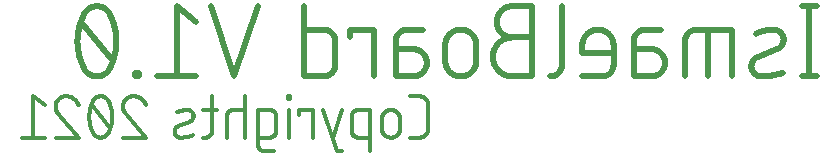
<source format=gbr>
G04 EAGLE Gerber RS-274X export*
G75*
%MOMM*%
%FSLAX34Y34*%
%LPD*%
%INSilkscreen Bottom*%
%IPPOS*%
%AMOC8*
5,1,8,0,0,1.08239X$1,22.5*%
G01*
%ADD10C,0.508000*%
%ADD11C,0.304800*%


D10*
X879856Y328676D02*
X879856Y269240D01*
X886460Y269240D02*
X873252Y269240D01*
X873252Y328676D02*
X886460Y328676D01*
X852627Y292354D02*
X836117Y285750D01*
X852628Y292353D02*
X852820Y292433D01*
X853011Y292518D01*
X853199Y292607D01*
X853386Y292700D01*
X853570Y292798D01*
X853751Y292901D01*
X853930Y293008D01*
X854106Y293119D01*
X854280Y293235D01*
X854450Y293354D01*
X854618Y293478D01*
X854783Y293606D01*
X854944Y293738D01*
X855102Y293874D01*
X855257Y294013D01*
X855409Y294156D01*
X855556Y294303D01*
X855701Y294454D01*
X855841Y294608D01*
X855978Y294765D01*
X856111Y294926D01*
X856240Y295089D01*
X856365Y295256D01*
X856485Y295426D01*
X856602Y295599D01*
X856714Y295775D01*
X856822Y295953D01*
X856926Y296134D01*
X857025Y296317D01*
X857120Y296502D01*
X857211Y296690D01*
X857296Y296880D01*
X857377Y297072D01*
X857453Y297266D01*
X857525Y297462D01*
X857592Y297660D01*
X857654Y297859D01*
X857711Y298059D01*
X857763Y298261D01*
X857810Y298464D01*
X857852Y298668D01*
X857890Y298873D01*
X857922Y299079D01*
X857949Y299286D01*
X857972Y299493D01*
X857989Y299701D01*
X858001Y299909D01*
X858008Y300117D01*
X858010Y300326D01*
X858007Y300534D01*
X857999Y300742D01*
X857985Y300950D01*
X857967Y301158D01*
X857944Y301365D01*
X857916Y301572D01*
X857882Y301777D01*
X857844Y301982D01*
X857800Y302186D01*
X857752Y302389D01*
X857699Y302590D01*
X857641Y302790D01*
X857578Y302989D01*
X857510Y303186D01*
X857437Y303382D01*
X857360Y303575D01*
X857278Y303767D01*
X857191Y303956D01*
X857100Y304144D01*
X857004Y304329D01*
X856904Y304512D01*
X856799Y304692D01*
X856690Y304870D01*
X856577Y305045D01*
X856460Y305217D01*
X856338Y305386D01*
X856212Y305552D01*
X856082Y305715D01*
X855949Y305875D01*
X855811Y306032D01*
X855670Y306185D01*
X855525Y306335D01*
X855376Y306481D01*
X855224Y306623D01*
X855068Y306762D01*
X854909Y306897D01*
X854747Y307028D01*
X854582Y307155D01*
X854414Y307278D01*
X854242Y307397D01*
X854068Y307511D01*
X853892Y307622D01*
X853712Y307728D01*
X853530Y307829D01*
X853346Y307926D01*
X853159Y308019D01*
X852970Y308107D01*
X852779Y308190D01*
X852586Y308269D01*
X852391Y308343D01*
X852195Y308413D01*
X851996Y308477D01*
X851797Y308537D01*
X851595Y308591D01*
X851393Y308641D01*
X851189Y308686D01*
X850985Y308726D01*
X850779Y308761D01*
X850573Y308791D01*
X850366Y308816D01*
X850159Y308835D01*
X849951Y308850D01*
X849743Y308860D01*
X849534Y308865D01*
X849326Y308864D01*
X849325Y308864D02*
X848424Y308840D01*
X847524Y308795D01*
X846624Y308728D01*
X845727Y308639D01*
X844832Y308529D01*
X843940Y308398D01*
X843052Y308245D01*
X842167Y308070D01*
X841287Y307875D01*
X840412Y307658D01*
X839542Y307420D01*
X838678Y307162D01*
X837821Y306883D01*
X836971Y306583D01*
X836128Y306263D01*
X835293Y305922D01*
X834466Y305562D01*
X836117Y285751D02*
X835925Y285671D01*
X835734Y285586D01*
X835546Y285497D01*
X835359Y285404D01*
X835175Y285306D01*
X834994Y285203D01*
X834815Y285096D01*
X834639Y284985D01*
X834465Y284869D01*
X834295Y284750D01*
X834127Y284626D01*
X833962Y284498D01*
X833801Y284366D01*
X833643Y284230D01*
X833488Y284091D01*
X833336Y283948D01*
X833189Y283801D01*
X833044Y283650D01*
X832904Y283496D01*
X832767Y283339D01*
X832634Y283178D01*
X832505Y283015D01*
X832380Y282848D01*
X832260Y282678D01*
X832143Y282505D01*
X832031Y282329D01*
X831923Y282151D01*
X831819Y281970D01*
X831720Y281787D01*
X831625Y281602D01*
X831534Y281414D01*
X831449Y281224D01*
X831368Y281032D01*
X831292Y280838D01*
X831220Y280642D01*
X831153Y280444D01*
X831091Y280245D01*
X831034Y280045D01*
X830982Y279843D01*
X830935Y279640D01*
X830893Y279436D01*
X830855Y279231D01*
X830823Y279025D01*
X830796Y278818D01*
X830773Y278611D01*
X830756Y278403D01*
X830744Y278195D01*
X830737Y277987D01*
X830735Y277778D01*
X830738Y277570D01*
X830746Y277362D01*
X830760Y277154D01*
X830778Y276946D01*
X830801Y276739D01*
X830829Y276532D01*
X830863Y276327D01*
X830901Y276122D01*
X830945Y275918D01*
X830993Y275715D01*
X831046Y275514D01*
X831104Y275314D01*
X831167Y275115D01*
X831235Y274918D01*
X831308Y274722D01*
X831385Y274529D01*
X831467Y274337D01*
X831554Y274148D01*
X831645Y273960D01*
X831741Y273775D01*
X831841Y273592D01*
X831946Y273412D01*
X832055Y273234D01*
X832168Y273059D01*
X832285Y272887D01*
X832407Y272718D01*
X832533Y272552D01*
X832663Y272389D01*
X832796Y272229D01*
X832934Y272072D01*
X833075Y271919D01*
X833220Y271769D01*
X833369Y271623D01*
X833521Y271481D01*
X833677Y271342D01*
X833836Y271207D01*
X833998Y271076D01*
X834163Y270949D01*
X834331Y270826D01*
X834503Y270707D01*
X834677Y270593D01*
X834853Y270482D01*
X835033Y270376D01*
X835215Y270275D01*
X835399Y270178D01*
X835586Y270085D01*
X835775Y269997D01*
X835966Y269914D01*
X836159Y269835D01*
X836354Y269761D01*
X836550Y269691D01*
X836749Y269627D01*
X836948Y269567D01*
X837150Y269513D01*
X837352Y269463D01*
X837556Y269418D01*
X837760Y269378D01*
X837966Y269343D01*
X838172Y269313D01*
X838379Y269288D01*
X838586Y269269D01*
X838794Y269254D01*
X839002Y269244D01*
X839211Y269239D01*
X839419Y269240D01*
X839419Y269241D02*
X840743Y269275D01*
X842066Y269341D01*
X843387Y269438D01*
X844705Y269567D01*
X846020Y269726D01*
X847330Y269917D01*
X848636Y270138D01*
X849936Y270391D01*
X851230Y270674D01*
X852517Y270987D01*
X853796Y271331D01*
X855067Y271705D01*
X856328Y272109D01*
X857580Y272543D01*
X814184Y269240D02*
X814184Y308864D01*
X784466Y308864D01*
X784227Y308861D01*
X783987Y308852D01*
X783748Y308838D01*
X783510Y308818D01*
X783272Y308792D01*
X783035Y308760D01*
X782798Y308723D01*
X782563Y308679D01*
X782328Y308631D01*
X782095Y308576D01*
X781864Y308516D01*
X781633Y308450D01*
X781405Y308379D01*
X781178Y308302D01*
X780953Y308220D01*
X780730Y308133D01*
X780510Y308040D01*
X780292Y307941D01*
X780076Y307838D01*
X779862Y307729D01*
X779652Y307616D01*
X779444Y307497D01*
X779239Y307373D01*
X779037Y307244D01*
X778839Y307110D01*
X778643Y306972D01*
X778451Y306829D01*
X778263Y306681D01*
X778078Y306529D01*
X777897Y306373D01*
X777720Y306212D01*
X777547Y306047D01*
X777377Y305877D01*
X777212Y305704D01*
X777051Y305527D01*
X776895Y305346D01*
X776743Y305161D01*
X776595Y304973D01*
X776452Y304781D01*
X776314Y304585D01*
X776180Y304387D01*
X776051Y304185D01*
X775927Y303980D01*
X775808Y303772D01*
X775695Y303562D01*
X775586Y303348D01*
X775483Y303132D01*
X775384Y302914D01*
X775291Y302694D01*
X775204Y302471D01*
X775122Y302246D01*
X775045Y302019D01*
X774974Y301791D01*
X774908Y301560D01*
X774848Y301329D01*
X774793Y301096D01*
X774745Y300861D01*
X774701Y300626D01*
X774664Y300389D01*
X774632Y300152D01*
X774606Y299914D01*
X774586Y299676D01*
X774572Y299437D01*
X774563Y299197D01*
X774560Y298958D01*
X774560Y269240D01*
X794372Y269240D02*
X794372Y308864D01*
X745980Y292354D02*
X731121Y292354D01*
X745980Y292354D02*
X746261Y292351D01*
X746543Y292340D01*
X746824Y292323D01*
X747104Y292299D01*
X747384Y292268D01*
X747663Y292231D01*
X747941Y292186D01*
X748217Y292135D01*
X748493Y292078D01*
X748767Y292013D01*
X749039Y291942D01*
X749310Y291864D01*
X749578Y291780D01*
X749844Y291689D01*
X750109Y291591D01*
X750370Y291488D01*
X750629Y291378D01*
X750885Y291261D01*
X751139Y291139D01*
X751389Y291010D01*
X751636Y290875D01*
X751880Y290735D01*
X752120Y290588D01*
X752357Y290436D01*
X752590Y290277D01*
X752818Y290114D01*
X753043Y289944D01*
X753264Y289770D01*
X753480Y289590D01*
X753692Y289404D01*
X753900Y289214D01*
X754102Y289019D01*
X754300Y288818D01*
X754493Y288613D01*
X754681Y288404D01*
X754863Y288190D01*
X755041Y287971D01*
X755213Y287748D01*
X755379Y287522D01*
X755540Y287291D01*
X755695Y287056D01*
X755845Y286818D01*
X755989Y286576D01*
X756126Y286330D01*
X756258Y286081D01*
X756384Y285829D01*
X756503Y285575D01*
X756616Y285317D01*
X756723Y285057D01*
X756824Y284794D01*
X756918Y284529D01*
X757006Y284261D01*
X757087Y283992D01*
X757161Y283720D01*
X757229Y283447D01*
X757290Y283172D01*
X757345Y282896D01*
X757393Y282619D01*
X757433Y282340D01*
X757468Y282061D01*
X757495Y281781D01*
X757516Y281500D01*
X757529Y281219D01*
X757536Y280938D01*
X757536Y280656D01*
X757529Y280375D01*
X757516Y280094D01*
X757495Y279813D01*
X757468Y279533D01*
X757433Y279254D01*
X757393Y278975D01*
X757345Y278698D01*
X757290Y278422D01*
X757229Y278147D01*
X757161Y277874D01*
X757087Y277602D01*
X757006Y277333D01*
X756918Y277065D01*
X756824Y276800D01*
X756723Y276537D01*
X756616Y276277D01*
X756503Y276019D01*
X756384Y275765D01*
X756258Y275513D01*
X756126Y275264D01*
X755989Y275019D01*
X755845Y274776D01*
X755695Y274538D01*
X755540Y274303D01*
X755379Y274072D01*
X755213Y273846D01*
X755041Y273623D01*
X754863Y273404D01*
X754681Y273190D01*
X754493Y272981D01*
X754300Y272776D01*
X754102Y272575D01*
X753900Y272380D01*
X753692Y272190D01*
X753480Y272004D01*
X753264Y271824D01*
X753043Y271650D01*
X752818Y271480D01*
X752590Y271317D01*
X752357Y271158D01*
X752120Y271006D01*
X751880Y270859D01*
X751636Y270719D01*
X751389Y270584D01*
X751139Y270455D01*
X750885Y270333D01*
X750629Y270216D01*
X750370Y270106D01*
X750109Y270003D01*
X749844Y269905D01*
X749578Y269814D01*
X749310Y269730D01*
X749039Y269652D01*
X748767Y269581D01*
X748493Y269516D01*
X748217Y269459D01*
X747941Y269408D01*
X747663Y269363D01*
X747384Y269326D01*
X747104Y269295D01*
X746824Y269271D01*
X746543Y269254D01*
X746261Y269243D01*
X745980Y269240D01*
X731121Y269240D01*
X731121Y298958D01*
X731124Y299197D01*
X731133Y299437D01*
X731147Y299676D01*
X731167Y299914D01*
X731193Y300152D01*
X731225Y300389D01*
X731262Y300626D01*
X731306Y300861D01*
X731354Y301096D01*
X731409Y301329D01*
X731469Y301560D01*
X731535Y301791D01*
X731606Y302019D01*
X731683Y302246D01*
X731765Y302471D01*
X731852Y302694D01*
X731945Y302914D01*
X732044Y303132D01*
X732147Y303348D01*
X732256Y303562D01*
X732369Y303772D01*
X732488Y303980D01*
X732612Y304185D01*
X732741Y304387D01*
X732875Y304585D01*
X733013Y304781D01*
X733156Y304973D01*
X733304Y305161D01*
X733456Y305346D01*
X733612Y305527D01*
X733773Y305704D01*
X733938Y305877D01*
X734108Y306047D01*
X734281Y306212D01*
X734458Y306373D01*
X734639Y306529D01*
X734824Y306681D01*
X735012Y306829D01*
X735204Y306972D01*
X735400Y307110D01*
X735598Y307244D01*
X735800Y307373D01*
X736005Y307497D01*
X736213Y307616D01*
X736423Y307729D01*
X736637Y307838D01*
X736853Y307941D01*
X737071Y308040D01*
X737291Y308133D01*
X737514Y308220D01*
X737739Y308302D01*
X737966Y308379D01*
X738194Y308450D01*
X738425Y308516D01*
X738656Y308576D01*
X738889Y308631D01*
X739124Y308679D01*
X739359Y308723D01*
X739596Y308760D01*
X739833Y308792D01*
X740071Y308818D01*
X740309Y308838D01*
X740548Y308852D01*
X740788Y308861D01*
X741027Y308864D01*
X754235Y308864D01*
X704126Y269240D02*
X687616Y269240D01*
X704126Y269240D02*
X704365Y269243D01*
X704605Y269252D01*
X704844Y269266D01*
X705082Y269286D01*
X705320Y269312D01*
X705557Y269344D01*
X705794Y269381D01*
X706029Y269425D01*
X706264Y269473D01*
X706497Y269528D01*
X706728Y269588D01*
X706959Y269654D01*
X707187Y269725D01*
X707414Y269802D01*
X707639Y269884D01*
X707862Y269971D01*
X708082Y270064D01*
X708300Y270163D01*
X708516Y270266D01*
X708730Y270375D01*
X708940Y270488D01*
X709148Y270607D01*
X709353Y270731D01*
X709555Y270860D01*
X709753Y270994D01*
X709949Y271132D01*
X710141Y271275D01*
X710329Y271423D01*
X710514Y271575D01*
X710695Y271731D01*
X710872Y271892D01*
X711045Y272057D01*
X711215Y272227D01*
X711380Y272400D01*
X711541Y272577D01*
X711697Y272758D01*
X711849Y272943D01*
X711997Y273131D01*
X712140Y273323D01*
X712278Y273519D01*
X712412Y273717D01*
X712541Y273919D01*
X712665Y274124D01*
X712784Y274332D01*
X712897Y274542D01*
X713006Y274756D01*
X713109Y274972D01*
X713208Y275190D01*
X713301Y275410D01*
X713388Y275633D01*
X713470Y275858D01*
X713547Y276085D01*
X713618Y276313D01*
X713684Y276544D01*
X713744Y276775D01*
X713799Y277008D01*
X713847Y277243D01*
X713891Y277478D01*
X713928Y277715D01*
X713960Y277952D01*
X713986Y278190D01*
X714006Y278428D01*
X714020Y278667D01*
X714029Y278907D01*
X714032Y279146D01*
X714032Y295656D01*
X714028Y295978D01*
X714016Y296299D01*
X713997Y296620D01*
X713969Y296941D01*
X713934Y297260D01*
X713891Y297579D01*
X713841Y297897D01*
X713782Y298213D01*
X713716Y298528D01*
X713642Y298841D01*
X713561Y299152D01*
X713472Y299461D01*
X713376Y299768D01*
X713272Y300073D01*
X713160Y300374D01*
X713042Y300673D01*
X712916Y300969D01*
X712783Y301262D01*
X712643Y301552D01*
X712496Y301838D01*
X712342Y302120D01*
X712181Y302399D01*
X712014Y302673D01*
X711839Y302944D01*
X711659Y303210D01*
X711472Y303471D01*
X711278Y303728D01*
X711078Y303981D01*
X710873Y304228D01*
X710661Y304470D01*
X710443Y304707D01*
X710220Y304938D01*
X709991Y305164D01*
X709757Y305385D01*
X709518Y305600D01*
X709273Y305808D01*
X709023Y306011D01*
X708768Y306208D01*
X708509Y306398D01*
X708245Y306582D01*
X707977Y306759D01*
X707705Y306930D01*
X707428Y307094D01*
X707148Y307252D01*
X706863Y307402D01*
X706575Y307546D01*
X706284Y307683D01*
X705990Y307812D01*
X705692Y307934D01*
X705392Y308049D01*
X705089Y308157D01*
X704783Y308257D01*
X704475Y308349D01*
X704165Y308435D01*
X703853Y308512D01*
X703539Y308582D01*
X703223Y308644D01*
X702906Y308699D01*
X702588Y308746D01*
X702269Y308785D01*
X701948Y308816D01*
X701628Y308840D01*
X701306Y308855D01*
X700985Y308863D01*
X700663Y308863D01*
X700342Y308855D01*
X700020Y308840D01*
X699700Y308816D01*
X699379Y308785D01*
X699060Y308746D01*
X698742Y308699D01*
X698425Y308644D01*
X698109Y308582D01*
X697795Y308512D01*
X697483Y308435D01*
X697173Y308349D01*
X696865Y308257D01*
X696559Y308157D01*
X696256Y308049D01*
X695956Y307934D01*
X695658Y307812D01*
X695364Y307683D01*
X695073Y307546D01*
X694785Y307402D01*
X694500Y307252D01*
X694220Y307094D01*
X693943Y306930D01*
X693671Y306759D01*
X693403Y306582D01*
X693139Y306398D01*
X692880Y306208D01*
X692625Y306011D01*
X692375Y305808D01*
X692130Y305600D01*
X691891Y305385D01*
X691657Y305164D01*
X691428Y304938D01*
X691205Y304707D01*
X690987Y304470D01*
X690775Y304228D01*
X690570Y303981D01*
X690370Y303728D01*
X690176Y303471D01*
X689989Y303210D01*
X689809Y302944D01*
X689634Y302673D01*
X689467Y302399D01*
X689306Y302120D01*
X689152Y301838D01*
X689005Y301552D01*
X688865Y301262D01*
X688732Y300969D01*
X688606Y300673D01*
X688488Y300374D01*
X688376Y300073D01*
X688272Y299768D01*
X688176Y299461D01*
X688087Y299152D01*
X688006Y298841D01*
X687932Y298528D01*
X687866Y298213D01*
X687807Y297897D01*
X687757Y297579D01*
X687714Y297260D01*
X687679Y296941D01*
X687651Y296620D01*
X687632Y296299D01*
X687620Y295978D01*
X687616Y295656D01*
X687616Y289052D01*
X714032Y289052D01*
X670332Y279146D02*
X670332Y328676D01*
X670332Y279146D02*
X670329Y278907D01*
X670320Y278667D01*
X670306Y278428D01*
X670286Y278190D01*
X670260Y277952D01*
X670228Y277715D01*
X670191Y277478D01*
X670147Y277243D01*
X670099Y277008D01*
X670044Y276775D01*
X669984Y276544D01*
X669918Y276313D01*
X669847Y276085D01*
X669770Y275858D01*
X669688Y275633D01*
X669601Y275410D01*
X669508Y275190D01*
X669409Y274972D01*
X669306Y274756D01*
X669197Y274542D01*
X669084Y274332D01*
X668965Y274124D01*
X668841Y273919D01*
X668712Y273717D01*
X668578Y273519D01*
X668440Y273323D01*
X668297Y273131D01*
X668149Y272943D01*
X667997Y272758D01*
X667841Y272577D01*
X667680Y272400D01*
X667515Y272227D01*
X667345Y272057D01*
X667172Y271892D01*
X666995Y271731D01*
X666814Y271575D01*
X666629Y271423D01*
X666441Y271275D01*
X666249Y271132D01*
X666053Y270994D01*
X665855Y270860D01*
X665653Y270731D01*
X665448Y270607D01*
X665240Y270488D01*
X665030Y270375D01*
X664816Y270266D01*
X664600Y270163D01*
X664382Y270064D01*
X664162Y269971D01*
X663939Y269884D01*
X663714Y269802D01*
X663487Y269725D01*
X663259Y269654D01*
X663028Y269588D01*
X662797Y269528D01*
X662564Y269473D01*
X662329Y269425D01*
X662094Y269381D01*
X661857Y269344D01*
X661620Y269312D01*
X661382Y269286D01*
X661144Y269266D01*
X660905Y269252D01*
X660665Y269243D01*
X660426Y269240D01*
X644881Y302260D02*
X628371Y302260D01*
X627969Y302255D01*
X627567Y302240D01*
X627166Y302216D01*
X626765Y302182D01*
X626366Y302138D01*
X625967Y302084D01*
X625570Y302021D01*
X625175Y301948D01*
X624781Y301865D01*
X624390Y301773D01*
X624001Y301671D01*
X623614Y301560D01*
X623231Y301439D01*
X622850Y301310D01*
X622473Y301171D01*
X622099Y301022D01*
X621729Y300865D01*
X621363Y300699D01*
X621001Y300524D01*
X620644Y300340D01*
X620291Y300148D01*
X619943Y299947D01*
X619599Y299737D01*
X619261Y299519D01*
X618929Y299293D01*
X618602Y299059D01*
X618281Y298818D01*
X617965Y298568D01*
X617656Y298311D01*
X617354Y298046D01*
X617057Y297774D01*
X616768Y297495D01*
X616485Y297209D01*
X616210Y296916D01*
X615942Y296617D01*
X615681Y296311D01*
X615427Y295999D01*
X615181Y295681D01*
X614944Y295356D01*
X614714Y295027D01*
X614492Y294691D01*
X614278Y294351D01*
X614073Y294005D01*
X613876Y293654D01*
X613688Y293299D01*
X613508Y292939D01*
X613338Y292575D01*
X613176Y292207D01*
X613023Y291835D01*
X612880Y291460D01*
X612745Y291081D01*
X612620Y290699D01*
X612504Y290314D01*
X612398Y289926D01*
X612301Y289536D01*
X612213Y289143D01*
X612136Y288749D01*
X612067Y288353D01*
X612009Y287955D01*
X611960Y287556D01*
X611921Y287156D01*
X611892Y286755D01*
X611872Y286353D01*
X611862Y285951D01*
X611862Y285549D01*
X611872Y285147D01*
X611892Y284745D01*
X611921Y284344D01*
X611960Y283944D01*
X612009Y283545D01*
X612067Y283147D01*
X612136Y282751D01*
X612213Y282357D01*
X612301Y281964D01*
X612398Y281574D01*
X612504Y281186D01*
X612620Y280801D01*
X612745Y280419D01*
X612880Y280040D01*
X613023Y279665D01*
X613176Y279293D01*
X613338Y278925D01*
X613508Y278561D01*
X613688Y278201D01*
X613876Y277846D01*
X614073Y277495D01*
X614278Y277149D01*
X614492Y276809D01*
X614714Y276473D01*
X614944Y276144D01*
X615181Y275819D01*
X615427Y275501D01*
X615681Y275189D01*
X615942Y274883D01*
X616210Y274584D01*
X616485Y274291D01*
X616768Y274005D01*
X617057Y273726D01*
X617354Y273454D01*
X617656Y273189D01*
X617965Y272932D01*
X618281Y272682D01*
X618602Y272441D01*
X618929Y272207D01*
X619261Y271981D01*
X619599Y271763D01*
X619943Y271553D01*
X620291Y271352D01*
X620644Y271160D01*
X621001Y270976D01*
X621363Y270801D01*
X621729Y270635D01*
X622099Y270478D01*
X622473Y270329D01*
X622850Y270190D01*
X623231Y270061D01*
X623614Y269940D01*
X624001Y269829D01*
X624390Y269727D01*
X624781Y269635D01*
X625175Y269552D01*
X625570Y269479D01*
X625967Y269416D01*
X626366Y269362D01*
X626765Y269318D01*
X627166Y269284D01*
X627567Y269260D01*
X627969Y269245D01*
X628371Y269240D01*
X644881Y269240D01*
X644881Y328676D01*
X628371Y328676D01*
X628049Y328672D01*
X627728Y328660D01*
X627407Y328641D01*
X627086Y328613D01*
X626767Y328578D01*
X626448Y328535D01*
X626130Y328485D01*
X625814Y328426D01*
X625499Y328360D01*
X625186Y328286D01*
X624875Y328205D01*
X624566Y328116D01*
X624259Y328020D01*
X623954Y327916D01*
X623653Y327804D01*
X623354Y327686D01*
X623058Y327560D01*
X622765Y327427D01*
X622475Y327287D01*
X622189Y327140D01*
X621907Y326986D01*
X621628Y326825D01*
X621354Y326658D01*
X621083Y326483D01*
X620817Y326303D01*
X620556Y326116D01*
X620299Y325922D01*
X620046Y325722D01*
X619799Y325517D01*
X619557Y325305D01*
X619320Y325087D01*
X619089Y324864D01*
X618863Y324635D01*
X618642Y324401D01*
X618427Y324162D01*
X618219Y323917D01*
X618016Y323667D01*
X617819Y323412D01*
X617629Y323153D01*
X617445Y322889D01*
X617268Y322621D01*
X617097Y322349D01*
X616933Y322072D01*
X616775Y321792D01*
X616625Y321507D01*
X616481Y321219D01*
X616344Y320928D01*
X616215Y320634D01*
X616093Y320336D01*
X615978Y320036D01*
X615870Y319733D01*
X615770Y319427D01*
X615678Y319119D01*
X615592Y318809D01*
X615515Y318497D01*
X615445Y318183D01*
X615383Y317867D01*
X615328Y317550D01*
X615281Y317232D01*
X615242Y316913D01*
X615211Y316592D01*
X615187Y316272D01*
X615172Y315950D01*
X615164Y315629D01*
X615164Y315307D01*
X615172Y314986D01*
X615187Y314664D01*
X615211Y314344D01*
X615242Y314023D01*
X615281Y313704D01*
X615328Y313386D01*
X615383Y313069D01*
X615445Y312753D01*
X615515Y312439D01*
X615592Y312127D01*
X615678Y311817D01*
X615770Y311509D01*
X615870Y311203D01*
X615978Y310900D01*
X616093Y310600D01*
X616215Y310302D01*
X616344Y310008D01*
X616481Y309717D01*
X616625Y309429D01*
X616775Y309144D01*
X616933Y308864D01*
X617097Y308587D01*
X617268Y308315D01*
X617445Y308047D01*
X617629Y307783D01*
X617819Y307524D01*
X618016Y307269D01*
X618219Y307019D01*
X618427Y306774D01*
X618642Y306535D01*
X618863Y306301D01*
X619089Y306072D01*
X619320Y305849D01*
X619557Y305631D01*
X619799Y305419D01*
X620046Y305214D01*
X620299Y305014D01*
X620556Y304820D01*
X620817Y304633D01*
X621083Y304453D01*
X621354Y304278D01*
X621628Y304111D01*
X621907Y303950D01*
X622189Y303796D01*
X622475Y303649D01*
X622765Y303509D01*
X623058Y303376D01*
X623354Y303250D01*
X623653Y303132D01*
X623954Y303020D01*
X624259Y302916D01*
X624566Y302820D01*
X624875Y302731D01*
X625186Y302650D01*
X625499Y302576D01*
X625814Y302510D01*
X626130Y302451D01*
X626448Y302401D01*
X626767Y302358D01*
X627086Y302323D01*
X627407Y302295D01*
X627728Y302276D01*
X628049Y302264D01*
X628371Y302260D01*
X597903Y295656D02*
X597903Y282448D01*
X597903Y295656D02*
X597899Y295978D01*
X597887Y296299D01*
X597868Y296620D01*
X597840Y296941D01*
X597805Y297260D01*
X597762Y297579D01*
X597712Y297897D01*
X597653Y298213D01*
X597587Y298528D01*
X597513Y298841D01*
X597432Y299152D01*
X597343Y299461D01*
X597247Y299768D01*
X597143Y300073D01*
X597031Y300374D01*
X596913Y300673D01*
X596787Y300969D01*
X596654Y301262D01*
X596514Y301552D01*
X596367Y301838D01*
X596213Y302120D01*
X596052Y302399D01*
X595885Y302673D01*
X595710Y302944D01*
X595530Y303210D01*
X595343Y303471D01*
X595149Y303728D01*
X594949Y303981D01*
X594744Y304228D01*
X594532Y304470D01*
X594314Y304707D01*
X594091Y304938D01*
X593862Y305164D01*
X593628Y305385D01*
X593389Y305600D01*
X593144Y305808D01*
X592894Y306011D01*
X592639Y306208D01*
X592380Y306398D01*
X592116Y306582D01*
X591848Y306759D01*
X591576Y306930D01*
X591299Y307094D01*
X591019Y307252D01*
X590734Y307402D01*
X590446Y307546D01*
X590155Y307683D01*
X589861Y307812D01*
X589563Y307934D01*
X589263Y308049D01*
X588960Y308157D01*
X588654Y308257D01*
X588346Y308349D01*
X588036Y308435D01*
X587724Y308512D01*
X587410Y308582D01*
X587094Y308644D01*
X586777Y308699D01*
X586459Y308746D01*
X586140Y308785D01*
X585819Y308816D01*
X585499Y308840D01*
X585177Y308855D01*
X584856Y308863D01*
X584534Y308863D01*
X584213Y308855D01*
X583891Y308840D01*
X583571Y308816D01*
X583250Y308785D01*
X582931Y308746D01*
X582613Y308699D01*
X582296Y308644D01*
X581980Y308582D01*
X581666Y308512D01*
X581354Y308435D01*
X581044Y308349D01*
X580736Y308257D01*
X580430Y308157D01*
X580127Y308049D01*
X579827Y307934D01*
X579529Y307812D01*
X579235Y307683D01*
X578944Y307546D01*
X578656Y307402D01*
X578371Y307252D01*
X578091Y307094D01*
X577814Y306930D01*
X577542Y306759D01*
X577274Y306582D01*
X577010Y306398D01*
X576751Y306208D01*
X576496Y306011D01*
X576246Y305808D01*
X576001Y305600D01*
X575762Y305385D01*
X575528Y305164D01*
X575299Y304938D01*
X575076Y304707D01*
X574858Y304470D01*
X574646Y304228D01*
X574441Y303981D01*
X574241Y303728D01*
X574047Y303471D01*
X573860Y303210D01*
X573680Y302944D01*
X573505Y302673D01*
X573338Y302399D01*
X573177Y302120D01*
X573023Y301838D01*
X572876Y301552D01*
X572736Y301262D01*
X572603Y300969D01*
X572477Y300673D01*
X572359Y300374D01*
X572247Y300073D01*
X572143Y299768D01*
X572047Y299461D01*
X571958Y299152D01*
X571877Y298841D01*
X571803Y298528D01*
X571737Y298213D01*
X571678Y297897D01*
X571628Y297579D01*
X571585Y297260D01*
X571550Y296941D01*
X571522Y296620D01*
X571503Y296299D01*
X571491Y295978D01*
X571487Y295656D01*
X571487Y282448D01*
X571491Y282126D01*
X571503Y281805D01*
X571522Y281484D01*
X571550Y281163D01*
X571585Y280844D01*
X571628Y280525D01*
X571678Y280207D01*
X571737Y279891D01*
X571803Y279576D01*
X571877Y279263D01*
X571958Y278952D01*
X572047Y278643D01*
X572143Y278336D01*
X572247Y278031D01*
X572359Y277730D01*
X572477Y277431D01*
X572603Y277135D01*
X572736Y276842D01*
X572876Y276552D01*
X573023Y276266D01*
X573177Y275984D01*
X573338Y275705D01*
X573505Y275431D01*
X573680Y275160D01*
X573860Y274894D01*
X574047Y274633D01*
X574241Y274376D01*
X574441Y274123D01*
X574646Y273876D01*
X574858Y273634D01*
X575076Y273397D01*
X575299Y273166D01*
X575528Y272940D01*
X575762Y272719D01*
X576001Y272504D01*
X576246Y272296D01*
X576496Y272093D01*
X576751Y271896D01*
X577010Y271706D01*
X577274Y271522D01*
X577542Y271345D01*
X577814Y271174D01*
X578091Y271010D01*
X578371Y270852D01*
X578656Y270702D01*
X578944Y270558D01*
X579235Y270421D01*
X579529Y270292D01*
X579827Y270170D01*
X580127Y270055D01*
X580430Y269947D01*
X580736Y269847D01*
X581044Y269755D01*
X581354Y269669D01*
X581666Y269592D01*
X581980Y269522D01*
X582296Y269460D01*
X582613Y269405D01*
X582931Y269358D01*
X583250Y269319D01*
X583571Y269288D01*
X583891Y269264D01*
X584213Y269249D01*
X584534Y269241D01*
X584856Y269241D01*
X585177Y269249D01*
X585499Y269264D01*
X585819Y269288D01*
X586140Y269319D01*
X586459Y269358D01*
X586777Y269405D01*
X587094Y269460D01*
X587410Y269522D01*
X587724Y269592D01*
X588036Y269669D01*
X588346Y269755D01*
X588654Y269847D01*
X588960Y269947D01*
X589263Y270055D01*
X589563Y270170D01*
X589861Y270292D01*
X590155Y270421D01*
X590446Y270558D01*
X590734Y270702D01*
X591019Y270852D01*
X591299Y271010D01*
X591576Y271174D01*
X591848Y271345D01*
X592116Y271522D01*
X592380Y271706D01*
X592639Y271896D01*
X592894Y272093D01*
X593144Y272296D01*
X593389Y272504D01*
X593628Y272719D01*
X593862Y272940D01*
X594091Y273166D01*
X594314Y273397D01*
X594532Y273634D01*
X594744Y273876D01*
X594949Y274123D01*
X595149Y274376D01*
X595343Y274633D01*
X595530Y274894D01*
X595710Y275160D01*
X595885Y275431D01*
X596052Y275705D01*
X596213Y275984D01*
X596367Y276266D01*
X596514Y276552D01*
X596654Y276842D01*
X596787Y277135D01*
X596913Y277431D01*
X597031Y277730D01*
X597143Y278031D01*
X597247Y278336D01*
X597343Y278643D01*
X597432Y278952D01*
X597513Y279263D01*
X597587Y279576D01*
X597653Y279891D01*
X597712Y280207D01*
X597762Y280525D01*
X597805Y280844D01*
X597840Y281163D01*
X597868Y281484D01*
X597887Y281805D01*
X597899Y282126D01*
X597903Y282448D01*
X544368Y292354D02*
X529509Y292354D01*
X544368Y292354D02*
X544649Y292351D01*
X544931Y292340D01*
X545212Y292323D01*
X545492Y292299D01*
X545772Y292268D01*
X546051Y292231D01*
X546329Y292186D01*
X546605Y292135D01*
X546881Y292078D01*
X547155Y292013D01*
X547427Y291942D01*
X547698Y291864D01*
X547966Y291780D01*
X548232Y291689D01*
X548497Y291591D01*
X548758Y291488D01*
X549017Y291378D01*
X549273Y291261D01*
X549527Y291139D01*
X549777Y291010D01*
X550024Y290875D01*
X550268Y290735D01*
X550508Y290588D01*
X550745Y290436D01*
X550978Y290277D01*
X551206Y290114D01*
X551431Y289944D01*
X551652Y289770D01*
X551868Y289590D01*
X552080Y289404D01*
X552288Y289214D01*
X552490Y289019D01*
X552688Y288818D01*
X552881Y288613D01*
X553069Y288404D01*
X553251Y288190D01*
X553429Y287971D01*
X553601Y287748D01*
X553767Y287522D01*
X553928Y287291D01*
X554083Y287056D01*
X554233Y286818D01*
X554377Y286576D01*
X554514Y286330D01*
X554646Y286081D01*
X554772Y285829D01*
X554891Y285575D01*
X555004Y285317D01*
X555111Y285057D01*
X555212Y284794D01*
X555306Y284529D01*
X555394Y284261D01*
X555475Y283992D01*
X555549Y283720D01*
X555617Y283447D01*
X555678Y283172D01*
X555733Y282896D01*
X555781Y282619D01*
X555821Y282340D01*
X555856Y282061D01*
X555883Y281781D01*
X555904Y281500D01*
X555917Y281219D01*
X555924Y280938D01*
X555924Y280656D01*
X555917Y280375D01*
X555904Y280094D01*
X555883Y279813D01*
X555856Y279533D01*
X555821Y279254D01*
X555781Y278975D01*
X555733Y278698D01*
X555678Y278422D01*
X555617Y278147D01*
X555549Y277874D01*
X555475Y277602D01*
X555394Y277333D01*
X555306Y277065D01*
X555212Y276800D01*
X555111Y276537D01*
X555004Y276277D01*
X554891Y276019D01*
X554772Y275765D01*
X554646Y275513D01*
X554514Y275264D01*
X554377Y275019D01*
X554233Y274776D01*
X554083Y274538D01*
X553928Y274303D01*
X553767Y274072D01*
X553601Y273846D01*
X553429Y273623D01*
X553251Y273404D01*
X553069Y273190D01*
X552881Y272981D01*
X552688Y272776D01*
X552490Y272575D01*
X552288Y272380D01*
X552080Y272190D01*
X551868Y272004D01*
X551652Y271824D01*
X551431Y271650D01*
X551206Y271480D01*
X550978Y271317D01*
X550745Y271158D01*
X550508Y271006D01*
X550268Y270859D01*
X550024Y270719D01*
X549777Y270584D01*
X549527Y270455D01*
X549273Y270333D01*
X549017Y270216D01*
X548758Y270106D01*
X548497Y270003D01*
X548232Y269905D01*
X547966Y269814D01*
X547698Y269730D01*
X547427Y269652D01*
X547155Y269581D01*
X546881Y269516D01*
X546605Y269459D01*
X546329Y269408D01*
X546051Y269363D01*
X545772Y269326D01*
X545492Y269295D01*
X545212Y269271D01*
X544931Y269254D01*
X544649Y269243D01*
X544368Y269240D01*
X529509Y269240D01*
X529509Y298958D01*
X529512Y299197D01*
X529521Y299437D01*
X529535Y299676D01*
X529555Y299914D01*
X529581Y300152D01*
X529613Y300389D01*
X529650Y300626D01*
X529694Y300861D01*
X529742Y301096D01*
X529797Y301329D01*
X529857Y301560D01*
X529923Y301791D01*
X529994Y302019D01*
X530071Y302246D01*
X530153Y302471D01*
X530240Y302694D01*
X530333Y302914D01*
X530432Y303132D01*
X530535Y303348D01*
X530644Y303562D01*
X530757Y303772D01*
X530876Y303980D01*
X531000Y304185D01*
X531129Y304387D01*
X531263Y304585D01*
X531401Y304781D01*
X531544Y304973D01*
X531692Y305161D01*
X531844Y305346D01*
X532000Y305527D01*
X532161Y305704D01*
X532326Y305877D01*
X532496Y306047D01*
X532669Y306212D01*
X532846Y306373D01*
X533027Y306529D01*
X533212Y306681D01*
X533400Y306829D01*
X533592Y306972D01*
X533788Y307110D01*
X533986Y307244D01*
X534188Y307373D01*
X534393Y307497D01*
X534601Y307616D01*
X534811Y307729D01*
X535025Y307838D01*
X535241Y307941D01*
X535459Y308040D01*
X535679Y308133D01*
X535902Y308220D01*
X536127Y308302D01*
X536354Y308379D01*
X536582Y308450D01*
X536813Y308516D01*
X537044Y308576D01*
X537277Y308631D01*
X537512Y308679D01*
X537747Y308723D01*
X537984Y308760D01*
X538221Y308792D01*
X538459Y308818D01*
X538697Y308838D01*
X538936Y308852D01*
X539176Y308861D01*
X539415Y308864D01*
X552623Y308864D01*
X510868Y308864D02*
X510868Y269240D01*
X510868Y308864D02*
X491056Y308864D01*
X491056Y302260D01*
X452089Y328676D02*
X452089Y269240D01*
X468599Y269240D01*
X468838Y269243D01*
X469078Y269252D01*
X469317Y269266D01*
X469555Y269286D01*
X469793Y269312D01*
X470030Y269344D01*
X470267Y269381D01*
X470502Y269425D01*
X470737Y269473D01*
X470970Y269528D01*
X471201Y269588D01*
X471432Y269654D01*
X471660Y269725D01*
X471887Y269802D01*
X472112Y269884D01*
X472335Y269971D01*
X472555Y270064D01*
X472773Y270163D01*
X472989Y270266D01*
X473203Y270375D01*
X473413Y270488D01*
X473621Y270607D01*
X473826Y270731D01*
X474028Y270860D01*
X474226Y270994D01*
X474422Y271132D01*
X474614Y271275D01*
X474802Y271423D01*
X474987Y271575D01*
X475168Y271731D01*
X475345Y271892D01*
X475518Y272057D01*
X475688Y272227D01*
X475853Y272400D01*
X476014Y272577D01*
X476170Y272758D01*
X476322Y272943D01*
X476470Y273131D01*
X476613Y273323D01*
X476751Y273519D01*
X476885Y273717D01*
X477014Y273919D01*
X477138Y274124D01*
X477257Y274332D01*
X477370Y274542D01*
X477479Y274756D01*
X477582Y274972D01*
X477681Y275190D01*
X477774Y275410D01*
X477861Y275633D01*
X477943Y275858D01*
X478020Y276085D01*
X478091Y276313D01*
X478157Y276544D01*
X478217Y276775D01*
X478272Y277008D01*
X478320Y277243D01*
X478364Y277478D01*
X478401Y277715D01*
X478433Y277952D01*
X478459Y278190D01*
X478479Y278428D01*
X478493Y278667D01*
X478502Y278907D01*
X478505Y279146D01*
X478505Y298958D01*
X478502Y299197D01*
X478493Y299437D01*
X478479Y299676D01*
X478459Y299914D01*
X478433Y300152D01*
X478401Y300389D01*
X478364Y300626D01*
X478320Y300861D01*
X478272Y301096D01*
X478217Y301329D01*
X478157Y301560D01*
X478091Y301791D01*
X478020Y302019D01*
X477943Y302246D01*
X477861Y302471D01*
X477774Y302694D01*
X477681Y302914D01*
X477582Y303132D01*
X477479Y303348D01*
X477370Y303562D01*
X477257Y303772D01*
X477138Y303980D01*
X477014Y304185D01*
X476885Y304387D01*
X476751Y304585D01*
X476613Y304781D01*
X476470Y304973D01*
X476322Y305161D01*
X476170Y305346D01*
X476014Y305527D01*
X475853Y305704D01*
X475688Y305877D01*
X475518Y306047D01*
X475345Y306212D01*
X475168Y306373D01*
X474987Y306529D01*
X474802Y306681D01*
X474614Y306829D01*
X474422Y306972D01*
X474226Y307110D01*
X474028Y307244D01*
X473826Y307373D01*
X473621Y307497D01*
X473413Y307616D01*
X473203Y307729D01*
X472989Y307838D01*
X472773Y307941D01*
X472555Y308040D01*
X472335Y308133D01*
X472112Y308220D01*
X471887Y308302D01*
X471660Y308379D01*
X471432Y308450D01*
X471201Y308516D01*
X470970Y308576D01*
X470737Y308631D01*
X470502Y308679D01*
X470267Y308723D01*
X470030Y308760D01*
X469793Y308792D01*
X469555Y308818D01*
X469317Y308838D01*
X469078Y308852D01*
X468838Y308861D01*
X468599Y308864D01*
X452089Y308864D01*
X412572Y328676D02*
X392760Y269240D01*
X372948Y328676D01*
X360883Y315468D02*
X344373Y328676D01*
X344373Y269240D01*
X360883Y269240D02*
X327863Y269240D01*
X312154Y269240D02*
X312154Y272542D01*
X308852Y272542D01*
X308852Y269240D01*
X312154Y269240D01*
X293142Y298958D02*
X293128Y300127D01*
X293086Y301296D01*
X293016Y302463D01*
X292919Y303628D01*
X292793Y304791D01*
X292640Y305950D01*
X292460Y307105D01*
X292251Y308256D01*
X292016Y309401D01*
X291753Y310541D01*
X291463Y311673D01*
X291146Y312799D01*
X290802Y313916D01*
X290432Y315025D01*
X290035Y316125D01*
X289612Y317216D01*
X289163Y318295D01*
X288689Y319364D01*
X288189Y320421D01*
X288089Y320701D01*
X287982Y320979D01*
X287869Y321253D01*
X287749Y321525D01*
X287623Y321794D01*
X287490Y322060D01*
X287350Y322322D01*
X287204Y322581D01*
X287052Y322836D01*
X286894Y323088D01*
X286730Y323336D01*
X286560Y323579D01*
X286384Y323819D01*
X286202Y324054D01*
X286014Y324284D01*
X285821Y324510D01*
X285623Y324731D01*
X285419Y324947D01*
X285210Y325158D01*
X284996Y325364D01*
X284776Y325565D01*
X284553Y325761D01*
X284324Y325950D01*
X284091Y326135D01*
X283853Y326313D01*
X283612Y326486D01*
X283366Y326653D01*
X283116Y326814D01*
X282862Y326968D01*
X282605Y327117D01*
X282344Y327259D01*
X282079Y327394D01*
X281812Y327524D01*
X281541Y327646D01*
X281267Y327762D01*
X280991Y327872D01*
X280712Y327974D01*
X280431Y328070D01*
X280148Y328159D01*
X279862Y328241D01*
X279574Y328316D01*
X279285Y328384D01*
X278994Y328445D01*
X278702Y328499D01*
X278409Y328546D01*
X278114Y328586D01*
X277819Y328618D01*
X277523Y328643D01*
X277226Y328662D01*
X276929Y328672D01*
X276632Y328676D01*
X276335Y328672D01*
X276038Y328662D01*
X275741Y328643D01*
X275445Y328618D01*
X275150Y328586D01*
X274855Y328546D01*
X274562Y328499D01*
X274270Y328445D01*
X273979Y328384D01*
X273690Y328316D01*
X273402Y328241D01*
X273116Y328159D01*
X272833Y328070D01*
X272552Y327974D01*
X272273Y327872D01*
X271997Y327762D01*
X271723Y327646D01*
X271452Y327524D01*
X271185Y327394D01*
X270920Y327259D01*
X270659Y327117D01*
X270402Y326968D01*
X270148Y326814D01*
X269898Y326653D01*
X269652Y326486D01*
X269411Y326313D01*
X269173Y326135D01*
X268940Y325950D01*
X268711Y325761D01*
X268488Y325565D01*
X268268Y325364D01*
X268054Y325158D01*
X267845Y324947D01*
X267641Y324731D01*
X267443Y324510D01*
X267250Y324284D01*
X267062Y324054D01*
X266880Y323819D01*
X266704Y323579D01*
X266534Y323336D01*
X266370Y323088D01*
X266212Y322836D01*
X266060Y322581D01*
X265914Y322322D01*
X265774Y322060D01*
X265641Y321794D01*
X265515Y321525D01*
X265395Y321253D01*
X265282Y320979D01*
X265175Y320701D01*
X265075Y320421D01*
X265074Y320421D02*
X264574Y319364D01*
X264100Y318295D01*
X263651Y317216D01*
X263228Y316125D01*
X262831Y315025D01*
X262461Y313916D01*
X262117Y312799D01*
X261800Y311673D01*
X261510Y310541D01*
X261247Y309401D01*
X261012Y308256D01*
X260803Y307105D01*
X260623Y305950D01*
X260470Y304791D01*
X260344Y303628D01*
X260247Y302463D01*
X260177Y301296D01*
X260135Y300127D01*
X260121Y298958D01*
X293142Y298958D02*
X293128Y297789D01*
X293086Y296620D01*
X293016Y295453D01*
X292919Y294288D01*
X292793Y293125D01*
X292640Y291966D01*
X292460Y290811D01*
X292251Y289660D01*
X292016Y288515D01*
X291753Y287375D01*
X291463Y286243D01*
X291146Y285117D01*
X290802Y284000D01*
X290432Y282891D01*
X290035Y281791D01*
X289612Y280700D01*
X289163Y279621D01*
X288689Y278552D01*
X288189Y277495D01*
X288089Y277215D01*
X287982Y276937D01*
X287869Y276663D01*
X287749Y276391D01*
X287623Y276122D01*
X287490Y275856D01*
X287350Y275594D01*
X287204Y275335D01*
X287052Y275080D01*
X286894Y274828D01*
X286730Y274580D01*
X286560Y274337D01*
X286384Y274097D01*
X286202Y273862D01*
X286014Y273632D01*
X285821Y273406D01*
X285623Y273185D01*
X285419Y272969D01*
X285210Y272758D01*
X284996Y272552D01*
X284776Y272351D01*
X284553Y272155D01*
X284324Y271966D01*
X284091Y271781D01*
X283853Y271603D01*
X283612Y271430D01*
X283366Y271263D01*
X283116Y271102D01*
X282862Y270948D01*
X282605Y270799D01*
X282344Y270657D01*
X282079Y270522D01*
X281812Y270392D01*
X281541Y270270D01*
X281267Y270154D01*
X280991Y270044D01*
X280712Y269942D01*
X280431Y269846D01*
X280148Y269757D01*
X279862Y269675D01*
X279574Y269600D01*
X279285Y269532D01*
X278994Y269471D01*
X278702Y269417D01*
X278409Y269370D01*
X278114Y269330D01*
X277819Y269298D01*
X277523Y269273D01*
X277226Y269254D01*
X276929Y269244D01*
X276632Y269240D01*
X265074Y277495D02*
X264574Y278552D01*
X264100Y279621D01*
X263651Y280700D01*
X263228Y281791D01*
X262831Y282891D01*
X262461Y284000D01*
X262117Y285117D01*
X261800Y286243D01*
X261510Y287375D01*
X261247Y288515D01*
X261012Y289660D01*
X260803Y290811D01*
X260623Y291966D01*
X260470Y293125D01*
X260344Y294288D01*
X260247Y295453D01*
X260177Y296620D01*
X260135Y297789D01*
X260121Y298958D01*
X265075Y277495D02*
X265175Y277215D01*
X265282Y276937D01*
X265395Y276663D01*
X265515Y276391D01*
X265641Y276122D01*
X265774Y275856D01*
X265914Y275594D01*
X266060Y275335D01*
X266212Y275080D01*
X266370Y274828D01*
X266534Y274580D01*
X266704Y274337D01*
X266880Y274097D01*
X267062Y273862D01*
X267250Y273632D01*
X267443Y273406D01*
X267641Y273185D01*
X267845Y272969D01*
X268054Y272758D01*
X268268Y272552D01*
X268488Y272351D01*
X268711Y272155D01*
X268940Y271966D01*
X269173Y271781D01*
X269411Y271603D01*
X269652Y271430D01*
X269898Y271263D01*
X270148Y271102D01*
X270402Y270948D01*
X270659Y270799D01*
X270920Y270657D01*
X271185Y270522D01*
X271452Y270392D01*
X271723Y270270D01*
X271997Y270154D01*
X272273Y270044D01*
X272552Y269942D01*
X272833Y269846D01*
X273116Y269757D01*
X273402Y269675D01*
X273690Y269600D01*
X273979Y269532D01*
X274270Y269471D01*
X274562Y269417D01*
X274855Y269370D01*
X275150Y269330D01*
X275445Y269298D01*
X275741Y269273D01*
X276038Y269254D01*
X276335Y269244D01*
X276632Y269240D01*
X289840Y282448D02*
X263424Y315468D01*
D11*
X541697Y217424D02*
X549487Y217424D01*
X549675Y217426D01*
X549863Y217433D01*
X550051Y217444D01*
X550239Y217460D01*
X550426Y217481D01*
X550612Y217506D01*
X550798Y217535D01*
X550983Y217569D01*
X551168Y217608D01*
X551351Y217650D01*
X551533Y217698D01*
X551714Y217749D01*
X551894Y217805D01*
X552072Y217866D01*
X552249Y217930D01*
X552424Y217999D01*
X552598Y218072D01*
X552769Y218149D01*
X552939Y218231D01*
X553107Y218316D01*
X553272Y218406D01*
X553436Y218499D01*
X553597Y218596D01*
X553755Y218698D01*
X553912Y218803D01*
X554065Y218912D01*
X554216Y219024D01*
X554364Y219140D01*
X554510Y219260D01*
X554652Y219383D01*
X554791Y219509D01*
X554928Y219639D01*
X555061Y219772D01*
X555191Y219909D01*
X555317Y220048D01*
X555440Y220190D01*
X555560Y220336D01*
X555676Y220484D01*
X555788Y220635D01*
X555897Y220788D01*
X556002Y220945D01*
X556104Y221103D01*
X556201Y221264D01*
X556294Y221428D01*
X556384Y221593D01*
X556469Y221761D01*
X556551Y221931D01*
X556628Y222102D01*
X556701Y222276D01*
X556770Y222451D01*
X556834Y222628D01*
X556895Y222806D01*
X556951Y222986D01*
X557002Y223167D01*
X557050Y223349D01*
X557092Y223532D01*
X557131Y223717D01*
X557165Y223902D01*
X557194Y224088D01*
X557219Y224274D01*
X557240Y224461D01*
X557256Y224649D01*
X557267Y224837D01*
X557274Y225025D01*
X557276Y225213D01*
X557276Y244687D01*
X557274Y244875D01*
X557267Y245063D01*
X557256Y245251D01*
X557240Y245439D01*
X557219Y245626D01*
X557194Y245812D01*
X557165Y245998D01*
X557131Y246183D01*
X557092Y246368D01*
X557050Y246551D01*
X557002Y246733D01*
X556951Y246914D01*
X556895Y247094D01*
X556834Y247272D01*
X556770Y247449D01*
X556701Y247624D01*
X556628Y247798D01*
X556551Y247969D01*
X556469Y248139D01*
X556384Y248307D01*
X556294Y248472D01*
X556201Y248636D01*
X556104Y248797D01*
X556002Y248955D01*
X555897Y249112D01*
X555788Y249265D01*
X555676Y249416D01*
X555560Y249564D01*
X555440Y249710D01*
X555317Y249852D01*
X555191Y249991D01*
X555061Y250128D01*
X554928Y250261D01*
X554791Y250391D01*
X554652Y250517D01*
X554510Y250640D01*
X554364Y250760D01*
X554216Y250876D01*
X554065Y250988D01*
X553912Y251097D01*
X553755Y251202D01*
X553597Y251304D01*
X553436Y251401D01*
X553272Y251494D01*
X553107Y251584D01*
X552939Y251669D01*
X552769Y251751D01*
X552598Y251828D01*
X552424Y251901D01*
X552249Y251970D01*
X552072Y252034D01*
X551894Y252095D01*
X551714Y252151D01*
X551533Y252202D01*
X551351Y252250D01*
X551168Y252292D01*
X550983Y252331D01*
X550798Y252365D01*
X550612Y252394D01*
X550426Y252419D01*
X550239Y252440D01*
X550051Y252456D01*
X549863Y252467D01*
X549675Y252474D01*
X549487Y252476D01*
X541697Y252476D01*
X533430Y233003D02*
X533430Y225213D01*
X533429Y233003D02*
X533427Y233193D01*
X533420Y233382D01*
X533408Y233572D01*
X533392Y233761D01*
X533371Y233949D01*
X533346Y234137D01*
X533316Y234324D01*
X533282Y234511D01*
X533243Y234697D01*
X533199Y234881D01*
X533151Y235065D01*
X533099Y235247D01*
X533042Y235428D01*
X532981Y235607D01*
X532915Y235785D01*
X532845Y235962D01*
X532771Y236136D01*
X532693Y236309D01*
X532610Y236480D01*
X532523Y236649D01*
X532432Y236815D01*
X532338Y236979D01*
X532239Y237141D01*
X532136Y237301D01*
X532029Y237458D01*
X531919Y237612D01*
X531805Y237763D01*
X531687Y237912D01*
X531566Y238058D01*
X531441Y238201D01*
X531313Y238340D01*
X531181Y238477D01*
X531046Y238610D01*
X530908Y238740D01*
X530767Y238867D01*
X530622Y238990D01*
X530475Y239110D01*
X530325Y239225D01*
X530172Y239338D01*
X530016Y239446D01*
X529858Y239551D01*
X529698Y239652D01*
X529535Y239748D01*
X529369Y239841D01*
X529201Y239930D01*
X529032Y240015D01*
X528860Y240095D01*
X528686Y240172D01*
X528511Y240244D01*
X528334Y240311D01*
X528155Y240375D01*
X527975Y240434D01*
X527793Y240489D01*
X527610Y240539D01*
X527426Y240584D01*
X527241Y240626D01*
X527055Y240662D01*
X526868Y240695D01*
X526680Y240722D01*
X526492Y240745D01*
X526303Y240764D01*
X526114Y240778D01*
X525924Y240787D01*
X525735Y240791D01*
X525545Y240791D01*
X525356Y240787D01*
X525166Y240778D01*
X524977Y240764D01*
X524788Y240745D01*
X524600Y240722D01*
X524412Y240695D01*
X524225Y240662D01*
X524039Y240626D01*
X523854Y240584D01*
X523670Y240539D01*
X523487Y240489D01*
X523305Y240434D01*
X523125Y240375D01*
X522946Y240311D01*
X522769Y240244D01*
X522594Y240172D01*
X522420Y240095D01*
X522248Y240015D01*
X522079Y239930D01*
X521911Y239841D01*
X521746Y239748D01*
X521582Y239652D01*
X521422Y239551D01*
X521264Y239446D01*
X521108Y239338D01*
X520955Y239225D01*
X520805Y239110D01*
X520658Y238990D01*
X520513Y238867D01*
X520372Y238740D01*
X520234Y238610D01*
X520099Y238477D01*
X519967Y238340D01*
X519839Y238201D01*
X519714Y238058D01*
X519593Y237912D01*
X519475Y237763D01*
X519361Y237612D01*
X519251Y237458D01*
X519144Y237301D01*
X519041Y237141D01*
X518942Y236979D01*
X518848Y236815D01*
X518757Y236649D01*
X518670Y236480D01*
X518587Y236309D01*
X518509Y236136D01*
X518435Y235962D01*
X518365Y235785D01*
X518299Y235607D01*
X518238Y235428D01*
X518181Y235247D01*
X518129Y235065D01*
X518081Y234881D01*
X518037Y234697D01*
X517998Y234511D01*
X517964Y234324D01*
X517934Y234137D01*
X517909Y233949D01*
X517888Y233761D01*
X517872Y233572D01*
X517860Y233382D01*
X517853Y233193D01*
X517851Y233003D01*
X517851Y225213D01*
X517853Y225023D01*
X517860Y224834D01*
X517872Y224644D01*
X517888Y224455D01*
X517909Y224267D01*
X517934Y224079D01*
X517964Y223892D01*
X517998Y223705D01*
X518037Y223519D01*
X518081Y223335D01*
X518129Y223151D01*
X518181Y222969D01*
X518238Y222788D01*
X518299Y222609D01*
X518365Y222431D01*
X518435Y222254D01*
X518509Y222080D01*
X518587Y221907D01*
X518670Y221736D01*
X518757Y221567D01*
X518848Y221401D01*
X518942Y221237D01*
X519041Y221075D01*
X519144Y220915D01*
X519251Y220758D01*
X519361Y220604D01*
X519475Y220453D01*
X519593Y220304D01*
X519714Y220158D01*
X519839Y220015D01*
X519967Y219876D01*
X520099Y219739D01*
X520234Y219606D01*
X520372Y219476D01*
X520513Y219349D01*
X520658Y219226D01*
X520805Y219106D01*
X520955Y218991D01*
X521108Y218878D01*
X521264Y218770D01*
X521422Y218665D01*
X521582Y218564D01*
X521746Y218468D01*
X521911Y218375D01*
X522079Y218286D01*
X522248Y218201D01*
X522420Y218121D01*
X522594Y218044D01*
X522769Y217972D01*
X522946Y217905D01*
X523125Y217841D01*
X523305Y217782D01*
X523487Y217727D01*
X523670Y217677D01*
X523854Y217632D01*
X524039Y217590D01*
X524225Y217554D01*
X524412Y217521D01*
X524600Y217494D01*
X524788Y217471D01*
X524977Y217452D01*
X525166Y217438D01*
X525356Y217429D01*
X525545Y217425D01*
X525735Y217425D01*
X525924Y217429D01*
X526114Y217438D01*
X526303Y217452D01*
X526492Y217471D01*
X526680Y217494D01*
X526868Y217521D01*
X527055Y217554D01*
X527241Y217590D01*
X527426Y217632D01*
X527610Y217677D01*
X527793Y217727D01*
X527975Y217782D01*
X528155Y217841D01*
X528334Y217905D01*
X528511Y217972D01*
X528686Y218044D01*
X528860Y218121D01*
X529032Y218201D01*
X529201Y218286D01*
X529369Y218375D01*
X529535Y218468D01*
X529698Y218564D01*
X529858Y218665D01*
X530016Y218770D01*
X530172Y218878D01*
X530325Y218991D01*
X530475Y219106D01*
X530622Y219226D01*
X530767Y219349D01*
X530908Y219476D01*
X531046Y219606D01*
X531181Y219739D01*
X531313Y219876D01*
X531441Y220015D01*
X531566Y220158D01*
X531687Y220304D01*
X531805Y220453D01*
X531919Y220604D01*
X532029Y220758D01*
X532136Y220915D01*
X532239Y221075D01*
X532338Y221237D01*
X532432Y221401D01*
X532523Y221567D01*
X532610Y221736D01*
X532693Y221907D01*
X532771Y222080D01*
X532845Y222254D01*
X532915Y222431D01*
X532981Y222609D01*
X533042Y222788D01*
X533099Y222969D01*
X533151Y223151D01*
X533199Y223335D01*
X533243Y223519D01*
X533282Y223705D01*
X533316Y223892D01*
X533346Y224079D01*
X533371Y224267D01*
X533392Y224455D01*
X533408Y224644D01*
X533420Y224834D01*
X533427Y225023D01*
X533429Y225213D01*
X507736Y240792D02*
X507736Y205740D01*
X507736Y240792D02*
X498000Y240792D01*
X497850Y240790D01*
X497699Y240784D01*
X497549Y240775D01*
X497399Y240761D01*
X497250Y240744D01*
X497101Y240722D01*
X496953Y240697D01*
X496805Y240668D01*
X496658Y240636D01*
X496512Y240599D01*
X496367Y240559D01*
X496223Y240515D01*
X496081Y240468D01*
X495939Y240416D01*
X495799Y240362D01*
X495661Y240303D01*
X495523Y240241D01*
X495388Y240176D01*
X495254Y240107D01*
X495123Y240034D01*
X494993Y239958D01*
X494865Y239879D01*
X494739Y239797D01*
X494615Y239711D01*
X494494Y239623D01*
X494374Y239531D01*
X494258Y239436D01*
X494143Y239338D01*
X494032Y239237D01*
X493923Y239134D01*
X493816Y239027D01*
X493713Y238918D01*
X493612Y238807D01*
X493514Y238692D01*
X493419Y238576D01*
X493327Y238456D01*
X493239Y238335D01*
X493153Y238211D01*
X493071Y238085D01*
X492992Y237957D01*
X492916Y237827D01*
X492843Y237696D01*
X492774Y237562D01*
X492709Y237427D01*
X492647Y237289D01*
X492588Y237151D01*
X492534Y237011D01*
X492482Y236869D01*
X492435Y236727D01*
X492391Y236583D01*
X492351Y236438D01*
X492314Y236292D01*
X492282Y236145D01*
X492253Y235997D01*
X492228Y235849D01*
X492206Y235700D01*
X492189Y235551D01*
X492175Y235401D01*
X492166Y235251D01*
X492160Y235100D01*
X492158Y234950D01*
X492158Y223266D01*
X492160Y223116D01*
X492166Y222965D01*
X492175Y222815D01*
X492189Y222665D01*
X492206Y222516D01*
X492228Y222367D01*
X492253Y222219D01*
X492282Y222071D01*
X492314Y221924D01*
X492351Y221778D01*
X492391Y221633D01*
X492435Y221489D01*
X492482Y221347D01*
X492534Y221205D01*
X492588Y221065D01*
X492647Y220927D01*
X492709Y220789D01*
X492774Y220654D01*
X492843Y220520D01*
X492916Y220389D01*
X492992Y220259D01*
X493071Y220131D01*
X493153Y220005D01*
X493239Y219881D01*
X493327Y219760D01*
X493419Y219640D01*
X493514Y219524D01*
X493612Y219409D01*
X493713Y219298D01*
X493816Y219189D01*
X493923Y219082D01*
X494032Y218979D01*
X494143Y218878D01*
X494258Y218780D01*
X494374Y218685D01*
X494494Y218593D01*
X494615Y218505D01*
X494739Y218419D01*
X494865Y218337D01*
X494993Y218258D01*
X495123Y218182D01*
X495254Y218109D01*
X495388Y218040D01*
X495523Y217975D01*
X495661Y217913D01*
X495799Y217854D01*
X495939Y217800D01*
X496081Y217748D01*
X496223Y217701D01*
X496367Y217657D01*
X496512Y217617D01*
X496658Y217580D01*
X496805Y217548D01*
X496953Y217519D01*
X497101Y217494D01*
X497250Y217472D01*
X497399Y217455D01*
X497549Y217441D01*
X497699Y217432D01*
X497850Y217426D01*
X498000Y217424D01*
X507736Y217424D01*
X483900Y205740D02*
X480005Y205740D01*
X468321Y240792D01*
X483900Y240792D02*
X476110Y217424D01*
X459169Y217424D02*
X459169Y240792D01*
X447485Y240792D01*
X447485Y236897D01*
X438963Y240792D02*
X438963Y217424D01*
X439937Y250529D02*
X439937Y252476D01*
X437989Y252476D01*
X437989Y250529D01*
X439937Y250529D01*
X422789Y217424D02*
X413052Y217424D01*
X422789Y217424D02*
X422939Y217426D01*
X423090Y217432D01*
X423240Y217441D01*
X423390Y217455D01*
X423539Y217472D01*
X423688Y217494D01*
X423836Y217519D01*
X423984Y217548D01*
X424131Y217580D01*
X424277Y217617D01*
X424422Y217657D01*
X424566Y217701D01*
X424708Y217748D01*
X424850Y217800D01*
X424990Y217854D01*
X425128Y217913D01*
X425266Y217975D01*
X425401Y218040D01*
X425535Y218109D01*
X425666Y218182D01*
X425796Y218258D01*
X425924Y218337D01*
X426050Y218419D01*
X426174Y218505D01*
X426295Y218593D01*
X426415Y218685D01*
X426531Y218780D01*
X426646Y218878D01*
X426757Y218979D01*
X426866Y219082D01*
X426973Y219189D01*
X427076Y219298D01*
X427177Y219409D01*
X427275Y219524D01*
X427370Y219640D01*
X427462Y219760D01*
X427550Y219881D01*
X427636Y220005D01*
X427718Y220131D01*
X427797Y220259D01*
X427873Y220389D01*
X427946Y220520D01*
X428015Y220654D01*
X428080Y220789D01*
X428142Y220927D01*
X428201Y221065D01*
X428255Y221205D01*
X428307Y221347D01*
X428354Y221489D01*
X428398Y221633D01*
X428438Y221778D01*
X428475Y221924D01*
X428507Y222071D01*
X428536Y222219D01*
X428561Y222367D01*
X428583Y222516D01*
X428600Y222665D01*
X428614Y222815D01*
X428623Y222965D01*
X428629Y223116D01*
X428631Y223266D01*
X428631Y234950D01*
X428629Y235100D01*
X428623Y235251D01*
X428614Y235401D01*
X428600Y235551D01*
X428583Y235700D01*
X428561Y235849D01*
X428536Y235997D01*
X428507Y236145D01*
X428475Y236292D01*
X428438Y236438D01*
X428398Y236583D01*
X428354Y236727D01*
X428307Y236869D01*
X428255Y237011D01*
X428201Y237151D01*
X428142Y237289D01*
X428080Y237427D01*
X428015Y237562D01*
X427946Y237696D01*
X427873Y237827D01*
X427797Y237957D01*
X427718Y238085D01*
X427636Y238211D01*
X427550Y238335D01*
X427462Y238456D01*
X427370Y238576D01*
X427275Y238692D01*
X427177Y238807D01*
X427076Y238918D01*
X426973Y239027D01*
X426866Y239134D01*
X426757Y239237D01*
X426646Y239338D01*
X426531Y239436D01*
X426415Y239531D01*
X426295Y239623D01*
X426174Y239711D01*
X426050Y239797D01*
X425924Y239879D01*
X425796Y239958D01*
X425666Y240034D01*
X425535Y240107D01*
X425401Y240176D01*
X425266Y240241D01*
X425128Y240303D01*
X424990Y240362D01*
X424850Y240416D01*
X424708Y240468D01*
X424566Y240515D01*
X424422Y240559D01*
X424277Y240599D01*
X424131Y240636D01*
X423984Y240668D01*
X423836Y240697D01*
X423688Y240722D01*
X423539Y240744D01*
X423390Y240761D01*
X423240Y240775D01*
X423090Y240784D01*
X422939Y240790D01*
X422789Y240792D01*
X413052Y240792D01*
X413052Y211582D01*
X413054Y211432D01*
X413060Y211281D01*
X413069Y211131D01*
X413083Y210981D01*
X413100Y210832D01*
X413122Y210683D01*
X413147Y210535D01*
X413176Y210387D01*
X413208Y210240D01*
X413245Y210094D01*
X413285Y209949D01*
X413329Y209805D01*
X413376Y209663D01*
X413428Y209521D01*
X413482Y209381D01*
X413541Y209243D01*
X413603Y209105D01*
X413668Y208970D01*
X413737Y208836D01*
X413810Y208705D01*
X413886Y208575D01*
X413965Y208447D01*
X414047Y208321D01*
X414133Y208197D01*
X414221Y208076D01*
X414313Y207956D01*
X414408Y207840D01*
X414506Y207725D01*
X414607Y207614D01*
X414710Y207505D01*
X414817Y207398D01*
X414926Y207295D01*
X415037Y207194D01*
X415152Y207096D01*
X415268Y207001D01*
X415388Y206909D01*
X415509Y206821D01*
X415633Y206735D01*
X415759Y206653D01*
X415887Y206574D01*
X416017Y206498D01*
X416148Y206425D01*
X416282Y206356D01*
X416417Y206291D01*
X416555Y206229D01*
X416693Y206170D01*
X416833Y206116D01*
X416975Y206064D01*
X417117Y206017D01*
X417261Y205973D01*
X417406Y205933D01*
X417552Y205896D01*
X417699Y205864D01*
X417847Y205835D01*
X417995Y205810D01*
X418144Y205788D01*
X418293Y205771D01*
X418443Y205757D01*
X418593Y205748D01*
X418744Y205742D01*
X418894Y205740D01*
X426683Y205740D01*
X401985Y217424D02*
X401985Y252476D01*
X401985Y240792D02*
X392248Y240792D01*
X392098Y240790D01*
X391947Y240784D01*
X391797Y240775D01*
X391647Y240761D01*
X391498Y240744D01*
X391349Y240722D01*
X391201Y240697D01*
X391053Y240668D01*
X390906Y240636D01*
X390760Y240599D01*
X390615Y240559D01*
X390471Y240515D01*
X390329Y240468D01*
X390187Y240416D01*
X390047Y240362D01*
X389909Y240303D01*
X389771Y240241D01*
X389636Y240176D01*
X389502Y240107D01*
X389371Y240034D01*
X389241Y239958D01*
X389113Y239879D01*
X388987Y239797D01*
X388863Y239711D01*
X388742Y239623D01*
X388622Y239531D01*
X388506Y239436D01*
X388391Y239338D01*
X388280Y239237D01*
X388171Y239134D01*
X388064Y239027D01*
X387961Y238918D01*
X387860Y238807D01*
X387762Y238692D01*
X387667Y238576D01*
X387575Y238456D01*
X387487Y238335D01*
X387401Y238211D01*
X387319Y238085D01*
X387240Y237957D01*
X387164Y237827D01*
X387091Y237696D01*
X387022Y237562D01*
X386957Y237427D01*
X386895Y237289D01*
X386836Y237151D01*
X386782Y237011D01*
X386730Y236869D01*
X386683Y236727D01*
X386639Y236583D01*
X386599Y236438D01*
X386562Y236292D01*
X386530Y236145D01*
X386501Y235997D01*
X386476Y235849D01*
X386454Y235700D01*
X386437Y235551D01*
X386423Y235401D01*
X386414Y235251D01*
X386408Y235100D01*
X386406Y234950D01*
X386406Y217424D01*
X378088Y240792D02*
X366404Y240792D01*
X374193Y252476D02*
X374193Y223266D01*
X374191Y223116D01*
X374185Y222965D01*
X374176Y222815D01*
X374162Y222665D01*
X374145Y222516D01*
X374123Y222367D01*
X374098Y222219D01*
X374069Y222071D01*
X374037Y221924D01*
X374000Y221778D01*
X373960Y221633D01*
X373916Y221489D01*
X373869Y221347D01*
X373817Y221205D01*
X373763Y221065D01*
X373704Y220927D01*
X373642Y220789D01*
X373577Y220654D01*
X373508Y220520D01*
X373435Y220389D01*
X373359Y220259D01*
X373280Y220131D01*
X373198Y220005D01*
X373112Y219881D01*
X373024Y219760D01*
X372932Y219640D01*
X372837Y219524D01*
X372739Y219409D01*
X372638Y219298D01*
X372535Y219189D01*
X372428Y219082D01*
X372319Y218979D01*
X372208Y218878D01*
X372093Y218780D01*
X371977Y218685D01*
X371857Y218593D01*
X371736Y218505D01*
X371612Y218419D01*
X371486Y218337D01*
X371358Y218258D01*
X371228Y218182D01*
X371097Y218109D01*
X370963Y218040D01*
X370828Y217975D01*
X370690Y217913D01*
X370552Y217854D01*
X370412Y217800D01*
X370270Y217748D01*
X370128Y217701D01*
X369984Y217657D01*
X369839Y217617D01*
X369693Y217580D01*
X369546Y217548D01*
X369398Y217519D01*
X369250Y217494D01*
X369101Y217472D01*
X368952Y217455D01*
X368802Y217441D01*
X368652Y217432D01*
X368501Y217426D01*
X368351Y217424D01*
X366404Y217424D01*
X355249Y231055D02*
X345512Y227161D01*
X355249Y231055D02*
X355380Y231110D01*
X355509Y231168D01*
X355636Y231229D01*
X355762Y231294D01*
X355886Y231363D01*
X356008Y231435D01*
X356127Y231511D01*
X356245Y231590D01*
X356360Y231672D01*
X356473Y231757D01*
X356584Y231845D01*
X356692Y231937D01*
X356797Y232031D01*
X356900Y232129D01*
X357000Y232229D01*
X357097Y232332D01*
X357191Y232438D01*
X357282Y232546D01*
X357370Y232657D01*
X357455Y232770D01*
X357537Y232886D01*
X357615Y233003D01*
X357690Y233123D01*
X357762Y233245D01*
X357830Y233369D01*
X357895Y233495D01*
X357956Y233623D01*
X358014Y233752D01*
X358068Y233883D01*
X358118Y234015D01*
X358165Y234149D01*
X358208Y234284D01*
X358247Y234420D01*
X358282Y234557D01*
X358313Y234695D01*
X358340Y234834D01*
X358364Y234973D01*
X358384Y235114D01*
X358399Y235254D01*
X358411Y235395D01*
X358419Y235537D01*
X358423Y235678D01*
X358422Y235820D01*
X358418Y235961D01*
X358410Y236102D01*
X358398Y236243D01*
X358382Y236384D01*
X358362Y236524D01*
X358338Y236664D01*
X358311Y236802D01*
X358279Y236940D01*
X358243Y237077D01*
X358204Y237213D01*
X358161Y237348D01*
X358114Y237482D01*
X358064Y237614D01*
X358009Y237745D01*
X357951Y237874D01*
X357890Y238001D01*
X357825Y238127D01*
X357756Y238251D01*
X357684Y238373D01*
X357609Y238492D01*
X357530Y238610D01*
X357448Y238725D01*
X357363Y238838D01*
X357274Y238949D01*
X357183Y239057D01*
X357089Y239163D01*
X356991Y239265D01*
X356891Y239365D01*
X356788Y239463D01*
X356683Y239557D01*
X356574Y239648D01*
X356464Y239736D01*
X356351Y239821D01*
X356235Y239903D01*
X356117Y239982D01*
X355998Y240057D01*
X355876Y240129D01*
X355752Y240197D01*
X355626Y240262D01*
X355498Y240323D01*
X355369Y240381D01*
X355238Y240435D01*
X355106Y240486D01*
X354972Y240532D01*
X354838Y240575D01*
X354702Y240614D01*
X354564Y240650D01*
X354426Y240681D01*
X354288Y240709D01*
X354148Y240732D01*
X354008Y240752D01*
X353867Y240768D01*
X353726Y240780D01*
X353585Y240788D01*
X353443Y240792D01*
X353302Y240791D01*
X353301Y240792D02*
X352770Y240778D01*
X352239Y240751D01*
X351708Y240711D01*
X351179Y240659D01*
X350651Y240594D01*
X350125Y240517D01*
X349601Y240426D01*
X349080Y240324D01*
X348561Y240208D01*
X348044Y240080D01*
X347532Y239940D01*
X347022Y239788D01*
X346517Y239623D01*
X346015Y239446D01*
X345518Y239258D01*
X345026Y239057D01*
X344538Y238844D01*
X345512Y227161D02*
X345381Y227106D01*
X345252Y227048D01*
X345125Y226987D01*
X344999Y226922D01*
X344875Y226853D01*
X344754Y226781D01*
X344634Y226705D01*
X344516Y226626D01*
X344401Y226544D01*
X344288Y226459D01*
X344177Y226371D01*
X344069Y226279D01*
X343964Y226185D01*
X343861Y226087D01*
X343761Y225987D01*
X343664Y225884D01*
X343570Y225778D01*
X343479Y225670D01*
X343391Y225559D01*
X343306Y225446D01*
X343224Y225330D01*
X343146Y225213D01*
X343071Y225093D01*
X342999Y224971D01*
X342931Y224847D01*
X342866Y224721D01*
X342805Y224593D01*
X342747Y224464D01*
X342693Y224333D01*
X342643Y224201D01*
X342596Y224067D01*
X342553Y223932D01*
X342514Y223796D01*
X342479Y223659D01*
X342448Y223521D01*
X342421Y223382D01*
X342397Y223243D01*
X342377Y223102D01*
X342362Y222962D01*
X342350Y222821D01*
X342342Y222679D01*
X342338Y222538D01*
X342339Y222396D01*
X342343Y222255D01*
X342351Y222114D01*
X342363Y221973D01*
X342379Y221832D01*
X342399Y221692D01*
X342423Y221552D01*
X342450Y221414D01*
X342482Y221276D01*
X342518Y221139D01*
X342557Y221003D01*
X342600Y220868D01*
X342647Y220734D01*
X342697Y220602D01*
X342752Y220471D01*
X342810Y220342D01*
X342871Y220215D01*
X342936Y220089D01*
X343005Y219965D01*
X343077Y219843D01*
X343152Y219724D01*
X343231Y219606D01*
X343313Y219491D01*
X343398Y219378D01*
X343487Y219267D01*
X343578Y219159D01*
X343672Y219053D01*
X343770Y218951D01*
X343870Y218851D01*
X343973Y218753D01*
X344078Y218659D01*
X344186Y218568D01*
X344297Y218480D01*
X344410Y218395D01*
X344526Y218313D01*
X344644Y218234D01*
X344763Y218159D01*
X344885Y218087D01*
X345009Y218019D01*
X345135Y217954D01*
X345263Y217893D01*
X345392Y217835D01*
X345523Y217781D01*
X345655Y217730D01*
X345789Y217684D01*
X345923Y217641D01*
X346059Y217602D01*
X346197Y217566D01*
X346335Y217535D01*
X346473Y217507D01*
X346613Y217484D01*
X346753Y217464D01*
X346894Y217448D01*
X347035Y217436D01*
X347176Y217428D01*
X347318Y217424D01*
X347459Y217425D01*
X347460Y217424D02*
X348240Y217445D01*
X349021Y217484D01*
X349800Y217541D01*
X350577Y217617D01*
X351352Y217711D01*
X352125Y217823D01*
X352895Y217954D01*
X353662Y218102D01*
X354425Y218269D01*
X355184Y218454D01*
X355939Y218657D01*
X356688Y218878D01*
X357432Y219116D01*
X358170Y219372D01*
X307497Y252476D02*
X307285Y252473D01*
X307074Y252466D01*
X306862Y252453D01*
X306651Y252435D01*
X306441Y252412D01*
X306231Y252384D01*
X306022Y252351D01*
X305813Y252313D01*
X305606Y252270D01*
X305400Y252221D01*
X305195Y252168D01*
X304991Y252110D01*
X304789Y252047D01*
X304588Y251979D01*
X304390Y251907D01*
X304193Y251829D01*
X303997Y251747D01*
X303804Y251660D01*
X303613Y251568D01*
X303425Y251472D01*
X303238Y251372D01*
X303055Y251266D01*
X302873Y251157D01*
X302695Y251043D01*
X302519Y250925D01*
X302346Y250802D01*
X302176Y250676D01*
X302010Y250545D01*
X301846Y250411D01*
X301686Y250272D01*
X301529Y250130D01*
X301376Y249984D01*
X301226Y249834D01*
X301080Y249681D01*
X300938Y249524D01*
X300799Y249364D01*
X300665Y249200D01*
X300534Y249034D01*
X300408Y248864D01*
X300285Y248691D01*
X300167Y248515D01*
X300053Y248337D01*
X299944Y248155D01*
X299838Y247972D01*
X299738Y247785D01*
X299642Y247597D01*
X299550Y247406D01*
X299463Y247213D01*
X299381Y247017D01*
X299303Y246820D01*
X299231Y246622D01*
X299163Y246421D01*
X299100Y246219D01*
X299042Y246015D01*
X298989Y245810D01*
X298940Y245604D01*
X298897Y245397D01*
X298859Y245188D01*
X298826Y244979D01*
X298798Y244769D01*
X298775Y244559D01*
X298757Y244348D01*
X298744Y244136D01*
X298737Y243925D01*
X298734Y243713D01*
X307497Y252476D02*
X307769Y252473D01*
X308041Y252463D01*
X308313Y252446D01*
X308584Y252423D01*
X308855Y252394D01*
X309125Y252358D01*
X309394Y252315D01*
X309662Y252266D01*
X309928Y252210D01*
X310193Y252148D01*
X310457Y252080D01*
X310719Y252005D01*
X310978Y251924D01*
X311236Y251837D01*
X311492Y251743D01*
X311745Y251644D01*
X311996Y251538D01*
X312245Y251426D01*
X312490Y251308D01*
X312733Y251185D01*
X312972Y251055D01*
X313208Y250920D01*
X313441Y250779D01*
X313671Y250632D01*
X313897Y250480D01*
X314119Y250323D01*
X314337Y250160D01*
X314551Y249992D01*
X314761Y249819D01*
X314967Y249641D01*
X315169Y249458D01*
X315366Y249270D01*
X315558Y249077D01*
X315746Y248880D01*
X315929Y248678D01*
X316106Y248472D01*
X316279Y248262D01*
X316447Y248047D01*
X316610Y247829D01*
X316767Y247606D01*
X316919Y247380D01*
X317065Y247151D01*
X317206Y246918D01*
X317341Y246681D01*
X317470Y246442D01*
X317593Y246199D01*
X317711Y245953D01*
X317822Y245705D01*
X317928Y245454D01*
X318027Y245200D01*
X318120Y244945D01*
X318207Y244687D01*
X301655Y236897D02*
X301490Y237059D01*
X301328Y237224D01*
X301171Y237393D01*
X301018Y237566D01*
X300870Y237743D01*
X300725Y237923D01*
X300586Y238107D01*
X300450Y238294D01*
X300320Y238485D01*
X300194Y238678D01*
X300073Y238875D01*
X299956Y239075D01*
X299845Y239277D01*
X299739Y239482D01*
X299637Y239690D01*
X299541Y239900D01*
X299450Y240112D01*
X299364Y240326D01*
X299284Y240543D01*
X299209Y240761D01*
X299139Y240981D01*
X299075Y241203D01*
X299016Y241427D01*
X298963Y241651D01*
X298915Y241877D01*
X298873Y242104D01*
X298836Y242332D01*
X298805Y242561D01*
X298779Y242791D01*
X298759Y243021D01*
X298745Y243251D01*
X298737Y243482D01*
X298734Y243713D01*
X301655Y236897D02*
X318207Y217424D01*
X298734Y217424D01*
X289632Y234950D02*
X289624Y235640D01*
X289599Y236329D01*
X289558Y237017D01*
X289500Y237704D01*
X289426Y238390D01*
X289336Y239073D01*
X289230Y239755D01*
X289107Y240433D01*
X288968Y241109D01*
X288813Y241781D01*
X288642Y242449D01*
X288455Y243112D01*
X288252Y243771D01*
X288034Y244426D01*
X287800Y245074D01*
X287550Y245717D01*
X287286Y246354D01*
X287006Y246984D01*
X286711Y247608D01*
X286712Y247608D02*
X286653Y247773D01*
X286590Y247936D01*
X286523Y248098D01*
X286452Y248259D01*
X286378Y248417D01*
X286299Y248574D01*
X286217Y248729D01*
X286131Y248881D01*
X286041Y249032D01*
X285948Y249180D01*
X285851Y249326D01*
X285751Y249470D01*
X285647Y249611D01*
X285540Y249750D01*
X285429Y249886D01*
X285315Y250019D01*
X285198Y250149D01*
X285078Y250277D01*
X284955Y250401D01*
X284828Y250523D01*
X284699Y250641D01*
X284567Y250757D01*
X284432Y250869D01*
X284295Y250977D01*
X284155Y251083D01*
X284012Y251184D01*
X283867Y251283D01*
X283720Y251378D01*
X283570Y251469D01*
X283418Y251556D01*
X283264Y251640D01*
X283109Y251720D01*
X282951Y251796D01*
X282791Y251869D01*
X282630Y251937D01*
X282467Y252002D01*
X282302Y252062D01*
X282136Y252119D01*
X281969Y252171D01*
X281801Y252220D01*
X281631Y252264D01*
X281461Y252304D01*
X281289Y252340D01*
X281117Y252372D01*
X280944Y252399D01*
X280770Y252423D01*
X280596Y252442D01*
X280421Y252457D01*
X280246Y252467D01*
X280071Y252474D01*
X279896Y252476D01*
X279721Y252474D01*
X279546Y252467D01*
X279371Y252457D01*
X279196Y252442D01*
X279022Y252423D01*
X278848Y252399D01*
X278675Y252372D01*
X278503Y252340D01*
X278331Y252304D01*
X278161Y252264D01*
X277991Y252220D01*
X277823Y252171D01*
X277656Y252119D01*
X277490Y252062D01*
X277325Y252002D01*
X277162Y251937D01*
X277001Y251869D01*
X276841Y251796D01*
X276684Y251720D01*
X276528Y251640D01*
X276374Y251556D01*
X276222Y251469D01*
X276072Y251378D01*
X275925Y251283D01*
X275780Y251184D01*
X275637Y251083D01*
X275497Y250977D01*
X275360Y250869D01*
X275225Y250757D01*
X275093Y250641D01*
X274964Y250523D01*
X274837Y250401D01*
X274714Y250277D01*
X274594Y250149D01*
X274477Y250019D01*
X274363Y249886D01*
X274252Y249750D01*
X274145Y249611D01*
X274041Y249470D01*
X273941Y249326D01*
X273844Y249180D01*
X273751Y249032D01*
X273661Y248882D01*
X273575Y248729D01*
X273493Y248574D01*
X273414Y248417D01*
X273340Y248259D01*
X273269Y248098D01*
X273202Y247936D01*
X273139Y247773D01*
X273080Y247608D01*
X272785Y246984D01*
X272505Y246354D01*
X272241Y245717D01*
X271991Y245074D01*
X271757Y244426D01*
X271539Y243771D01*
X271336Y243112D01*
X271149Y242449D01*
X270978Y241781D01*
X270823Y241109D01*
X270684Y240433D01*
X270561Y239755D01*
X270455Y239073D01*
X270365Y238390D01*
X270291Y237704D01*
X270233Y237017D01*
X270192Y236329D01*
X270167Y235640D01*
X270159Y234950D01*
X289633Y234950D02*
X289625Y234260D01*
X289600Y233571D01*
X289559Y232883D01*
X289501Y232196D01*
X289427Y231510D01*
X289337Y230826D01*
X289231Y230145D01*
X289108Y229467D01*
X288969Y228791D01*
X288814Y228119D01*
X288643Y227451D01*
X288456Y226787D01*
X288253Y226128D01*
X288035Y225474D01*
X287801Y224826D01*
X287551Y224183D01*
X287287Y223546D01*
X287007Y222916D01*
X286712Y222292D01*
X286653Y222127D01*
X286590Y221964D01*
X286523Y221802D01*
X286452Y221641D01*
X286378Y221483D01*
X286299Y221326D01*
X286217Y221171D01*
X286131Y221018D01*
X286041Y220868D01*
X285948Y220720D01*
X285851Y220574D01*
X285751Y220430D01*
X285647Y220289D01*
X285540Y220150D01*
X285429Y220014D01*
X285315Y219881D01*
X285198Y219751D01*
X285078Y219623D01*
X284955Y219499D01*
X284828Y219377D01*
X284699Y219259D01*
X284567Y219143D01*
X284432Y219031D01*
X284295Y218923D01*
X284155Y218817D01*
X284012Y218716D01*
X283867Y218617D01*
X283720Y218522D01*
X283570Y218431D01*
X283418Y218344D01*
X283264Y218260D01*
X283109Y218180D01*
X282951Y218104D01*
X282791Y218031D01*
X282630Y217963D01*
X282467Y217898D01*
X282302Y217838D01*
X282136Y217781D01*
X281969Y217729D01*
X281801Y217680D01*
X281631Y217636D01*
X281461Y217596D01*
X281289Y217560D01*
X281117Y217528D01*
X280944Y217501D01*
X280770Y217477D01*
X280596Y217458D01*
X280421Y217443D01*
X280246Y217433D01*
X280071Y217426D01*
X279896Y217424D01*
X273079Y222292D02*
X272784Y222916D01*
X272504Y223546D01*
X272240Y224183D01*
X271990Y224826D01*
X271756Y225474D01*
X271538Y226128D01*
X271335Y226787D01*
X271148Y227451D01*
X270977Y228119D01*
X270822Y228791D01*
X270683Y229467D01*
X270560Y230145D01*
X270454Y230826D01*
X270364Y231510D01*
X270290Y232196D01*
X270232Y232883D01*
X270191Y233571D01*
X270166Y234260D01*
X270158Y234950D01*
X273080Y222292D02*
X273139Y222127D01*
X273202Y221964D01*
X273269Y221802D01*
X273340Y221641D01*
X273414Y221483D01*
X273493Y221326D01*
X273575Y221171D01*
X273661Y221018D01*
X273751Y220868D01*
X273844Y220720D01*
X273941Y220573D01*
X274041Y220430D01*
X274145Y220289D01*
X274252Y220150D01*
X274363Y220014D01*
X274477Y219881D01*
X274594Y219751D01*
X274714Y219623D01*
X274837Y219499D01*
X274964Y219377D01*
X275093Y219259D01*
X275225Y219143D01*
X275360Y219031D01*
X275497Y218923D01*
X275637Y218817D01*
X275780Y218716D01*
X275925Y218617D01*
X276072Y218522D01*
X276222Y218431D01*
X276374Y218344D01*
X276528Y218260D01*
X276684Y218180D01*
X276841Y218104D01*
X277001Y218031D01*
X277162Y217963D01*
X277325Y217898D01*
X277490Y217838D01*
X277656Y217781D01*
X277823Y217729D01*
X277991Y217680D01*
X278161Y217636D01*
X278331Y217596D01*
X278503Y217560D01*
X278675Y217528D01*
X278848Y217501D01*
X279022Y217477D01*
X279196Y217458D01*
X279371Y217443D01*
X279546Y217433D01*
X279721Y217426D01*
X279896Y217424D01*
X287685Y225213D02*
X272106Y244687D01*
X250347Y252476D02*
X250135Y252473D01*
X249924Y252466D01*
X249712Y252453D01*
X249501Y252435D01*
X249291Y252412D01*
X249081Y252384D01*
X248872Y252351D01*
X248663Y252313D01*
X248456Y252270D01*
X248250Y252221D01*
X248045Y252168D01*
X247841Y252110D01*
X247639Y252047D01*
X247438Y251979D01*
X247240Y251907D01*
X247043Y251829D01*
X246847Y251747D01*
X246654Y251660D01*
X246463Y251568D01*
X246275Y251472D01*
X246088Y251372D01*
X245905Y251266D01*
X245723Y251157D01*
X245545Y251043D01*
X245369Y250925D01*
X245196Y250802D01*
X245026Y250676D01*
X244860Y250545D01*
X244696Y250411D01*
X244536Y250272D01*
X244379Y250130D01*
X244226Y249984D01*
X244076Y249834D01*
X243930Y249681D01*
X243788Y249524D01*
X243649Y249364D01*
X243515Y249200D01*
X243384Y249034D01*
X243258Y248864D01*
X243135Y248691D01*
X243017Y248515D01*
X242903Y248337D01*
X242794Y248155D01*
X242688Y247972D01*
X242588Y247785D01*
X242492Y247597D01*
X242400Y247406D01*
X242313Y247213D01*
X242231Y247017D01*
X242153Y246820D01*
X242081Y246622D01*
X242013Y246421D01*
X241950Y246219D01*
X241892Y246015D01*
X241839Y245810D01*
X241790Y245604D01*
X241747Y245397D01*
X241709Y245188D01*
X241676Y244979D01*
X241648Y244769D01*
X241625Y244559D01*
X241607Y244348D01*
X241594Y244136D01*
X241587Y243925D01*
X241584Y243713D01*
X250347Y252476D02*
X250619Y252473D01*
X250891Y252463D01*
X251163Y252446D01*
X251434Y252423D01*
X251705Y252394D01*
X251975Y252358D01*
X252244Y252315D01*
X252512Y252266D01*
X252778Y252210D01*
X253043Y252148D01*
X253307Y252080D01*
X253569Y252005D01*
X253828Y251924D01*
X254086Y251837D01*
X254342Y251743D01*
X254595Y251644D01*
X254846Y251538D01*
X255095Y251426D01*
X255340Y251308D01*
X255583Y251185D01*
X255822Y251055D01*
X256058Y250920D01*
X256291Y250779D01*
X256521Y250632D01*
X256747Y250480D01*
X256969Y250323D01*
X257187Y250160D01*
X257401Y249992D01*
X257611Y249819D01*
X257817Y249641D01*
X258019Y249458D01*
X258216Y249270D01*
X258408Y249077D01*
X258596Y248880D01*
X258779Y248678D01*
X258956Y248472D01*
X259129Y248262D01*
X259297Y248047D01*
X259460Y247829D01*
X259617Y247606D01*
X259769Y247380D01*
X259915Y247151D01*
X260056Y246918D01*
X260191Y246681D01*
X260320Y246442D01*
X260443Y246199D01*
X260561Y245953D01*
X260672Y245705D01*
X260778Y245454D01*
X260877Y245200D01*
X260970Y244945D01*
X261057Y244687D01*
X244505Y236897D02*
X244340Y237059D01*
X244178Y237224D01*
X244021Y237393D01*
X243868Y237566D01*
X243720Y237743D01*
X243575Y237923D01*
X243436Y238107D01*
X243300Y238294D01*
X243170Y238485D01*
X243044Y238678D01*
X242923Y238875D01*
X242806Y239075D01*
X242695Y239277D01*
X242589Y239482D01*
X242487Y239690D01*
X242391Y239900D01*
X242300Y240112D01*
X242214Y240326D01*
X242134Y240543D01*
X242059Y240761D01*
X241989Y240981D01*
X241925Y241203D01*
X241866Y241427D01*
X241813Y241651D01*
X241765Y241877D01*
X241723Y242104D01*
X241686Y242332D01*
X241655Y242561D01*
X241629Y242791D01*
X241609Y243021D01*
X241595Y243251D01*
X241587Y243482D01*
X241584Y243713D01*
X244505Y236897D02*
X261057Y217424D01*
X241584Y217424D01*
X232482Y244687D02*
X222746Y252476D01*
X222746Y217424D01*
X232482Y217424D02*
X213009Y217424D01*
M02*

</source>
